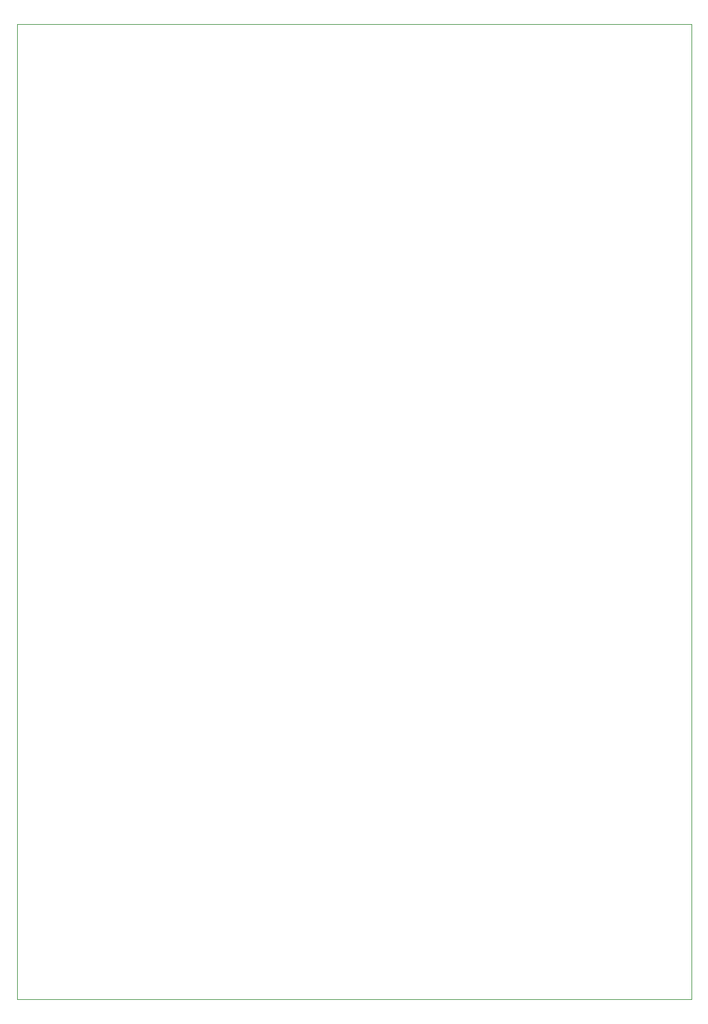
<source format=gbr>
%TF.GenerationSoftware,Altium Limited,Altium Designer,21.2.1 (34)*%
G04 Layer_Color=0*
%FSLAX25Y25*%
%MOIN*%
%TF.SameCoordinates,3D92BD4A-1653-4209-B07E-4AD3ED082CDC*%
%TF.FilePolarity,Positive*%
%TF.FileFunction,Profile,NP*%
%TF.Part,Single*%
G01*
G75*
%TA.AperFunction,Profile*%
%ADD141C,0.00100*%
D141*
Y511811D01*
X354331D01*
Y0D01*
X0D01*
%TF.MD5,1f95074f98f3f4e2576b4821a26f5293*%
M02*

</source>
